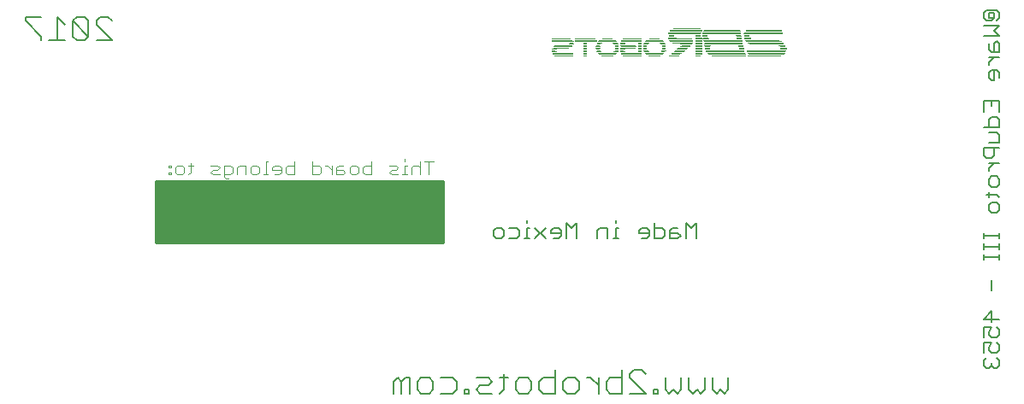
<source format=gbo>
G75*
%MOIN*%
%OFA0B0*%
%FSLAX25Y25*%
%IPPOS*%
%LPD*%
%AMOC8*
5,1,8,0,0,1.08239X$1,22.5*
%
%ADD10C,0.00800*%
%ADD11C,0.00500*%
%ADD12C,0.00400*%
%ADD13R,0.13000X0.00333*%
%ADD14R,0.13330X0.00333*%
%ADD15R,0.02000X0.00333*%
%ADD16R,0.03670X0.00333*%
%ADD17R,0.04670X0.00333*%
%ADD18R,0.07330X0.00333*%
%ADD19R,0.04660X0.00333*%
%ADD20R,0.01330X0.00333*%
%ADD21R,0.07340X0.00333*%
%ADD22R,0.14000X0.00334*%
%ADD23R,0.13670X0.00334*%
%ADD24R,0.02340X0.00334*%
%ADD25R,0.03670X0.00334*%
%ADD26R,0.06000X0.00334*%
%ADD27R,0.07660X0.00334*%
%ADD28R,0.01330X0.00334*%
%ADD29R,0.07670X0.00334*%
%ADD30R,0.14330X0.00333*%
%ADD31R,0.14340X0.00333*%
%ADD32R,0.02340X0.00333*%
%ADD33R,0.03660X0.00333*%
%ADD34R,0.06670X0.00333*%
%ADD35R,0.08000X0.00333*%
%ADD36R,0.06660X0.00333*%
%ADD37R,0.14660X0.00333*%
%ADD38R,0.14670X0.00333*%
%ADD39R,0.15000X0.00334*%
%ADD40R,0.04000X0.00334*%
%ADD41R,0.02330X0.00334*%
%ADD42R,0.01660X0.00334*%
%ADD43R,0.01670X0.00334*%
%ADD44R,0.02000X0.00334*%
%ADD45R,0.15000X0.00333*%
%ADD46R,0.01660X0.00333*%
%ADD47R,0.01670X0.00333*%
%ADD48R,0.15340X0.00333*%
%ADD49R,0.01340X0.00333*%
%ADD50R,0.02670X0.00334*%
%ADD51R,0.03660X0.00334*%
%ADD52R,0.02330X0.00333*%
%ADD53R,0.04000X0.00333*%
%ADD54R,0.06000X0.00333*%
%ADD55R,0.06330X0.00333*%
%ADD56R,0.01340X0.00334*%
%ADD57R,0.05670X0.00334*%
%ADD58R,0.07330X0.00334*%
%ADD59R,0.05670X0.00333*%
%ADD60R,0.02660X0.00333*%
%ADD61R,0.07000X0.00333*%
%ADD62R,0.13000X0.00334*%
%ADD63R,0.15330X0.00334*%
%ADD64R,0.06340X0.00334*%
%ADD65R,0.13340X0.00333*%
%ADD66R,0.14000X0.00333*%
%ADD67R,0.07670X0.00333*%
%ADD68R,0.14670X0.00334*%
%ADD69R,0.08660X0.00334*%
%ADD70R,0.02660X0.00334*%
%ADD71R,0.13670X0.00333*%
%ADD72R,0.09000X0.00333*%
%ADD73R,0.08330X0.00333*%
%ADD74R,0.08340X0.00333*%
%ADD75R,0.09330X0.00333*%
%ADD76R,0.12330X0.00334*%
%ADD77R,0.09330X0.00334*%
%ADD78R,0.08340X0.00334*%
%ADD79R,0.02670X0.00333*%
%ADD80R,0.04330X0.00333*%
%ADD81R,0.03330X0.00333*%
%ADD82R,0.15330X0.00333*%
%ADD83R,0.12660X0.00333*%
%ADD84R,0.12670X0.00334*%
%ADD85R,0.12340X0.00333*%
%ADD86R,0.11330X0.00334*%
%ADD87R,0.10660X0.00333*%
%ADD88C,0.01600*%
D10*
X0165129Y0013328D02*
X0165129Y0017932D01*
X0166664Y0019466D01*
X0168199Y0017932D01*
X0168199Y0013328D01*
X0171268Y0013328D02*
X0171268Y0019466D01*
X0169733Y0019466D01*
X0168199Y0017932D01*
X0174337Y0017932D02*
X0174337Y0014862D01*
X0175872Y0013328D01*
X0178941Y0013328D01*
X0180476Y0014862D01*
X0180476Y0017932D01*
X0178941Y0019466D01*
X0175872Y0019466D01*
X0174337Y0017932D01*
X0183545Y0019466D02*
X0188149Y0019466D01*
X0189684Y0017932D01*
X0189684Y0014862D01*
X0188149Y0013328D01*
X0183545Y0013328D01*
X0192753Y0013328D02*
X0194288Y0013328D01*
X0194288Y0014862D01*
X0192753Y0014862D01*
X0192753Y0013328D01*
X0197357Y0014862D02*
X0198892Y0016397D01*
X0201961Y0016397D01*
X0203496Y0017932D01*
X0201961Y0019466D01*
X0197357Y0019466D01*
X0197357Y0014862D02*
X0198892Y0013328D01*
X0203496Y0013328D01*
X0206565Y0013328D02*
X0208099Y0014862D01*
X0208099Y0021001D01*
X0209634Y0019466D02*
X0206565Y0019466D01*
X0212703Y0017932D02*
X0212703Y0014862D01*
X0214238Y0013328D01*
X0217307Y0013328D01*
X0218842Y0014862D01*
X0218842Y0017932D01*
X0217307Y0019466D01*
X0214238Y0019466D01*
X0212703Y0017932D01*
X0221911Y0017932D02*
X0221911Y0014862D01*
X0223446Y0013328D01*
X0228050Y0013328D01*
X0228050Y0022536D01*
X0228050Y0019466D02*
X0223446Y0019466D01*
X0221911Y0017932D01*
X0231119Y0017932D02*
X0231119Y0014862D01*
X0232654Y0013328D01*
X0235723Y0013328D01*
X0237258Y0014862D01*
X0237258Y0017932D01*
X0235723Y0019466D01*
X0232654Y0019466D01*
X0231119Y0017932D01*
X0240327Y0019466D02*
X0241862Y0019466D01*
X0244931Y0016397D01*
X0244931Y0013328D02*
X0244931Y0019466D01*
X0248000Y0017932D02*
X0249535Y0019466D01*
X0254139Y0019466D01*
X0257208Y0019466D02*
X0257208Y0021001D01*
X0258743Y0022536D01*
X0261812Y0022536D01*
X0263347Y0021001D01*
X0257208Y0019466D02*
X0263347Y0013328D01*
X0257208Y0013328D01*
X0254139Y0013328D02*
X0249535Y0013328D01*
X0248000Y0014862D01*
X0248000Y0017932D01*
X0254139Y0022536D02*
X0254139Y0013328D01*
X0266416Y0013328D02*
X0267951Y0013328D01*
X0267951Y0014862D01*
X0266416Y0014862D01*
X0266416Y0013328D01*
X0271020Y0014862D02*
X0271020Y0019466D01*
X0277158Y0019466D02*
X0277158Y0014862D01*
X0275624Y0013328D01*
X0274089Y0014862D01*
X0272555Y0013328D01*
X0271020Y0014862D01*
X0280228Y0014862D02*
X0280228Y0019466D01*
X0280228Y0014862D02*
X0281762Y0013328D01*
X0283297Y0014862D01*
X0284832Y0013328D01*
X0286366Y0014862D01*
X0286366Y0019466D01*
X0289436Y0019466D02*
X0289436Y0014862D01*
X0290970Y0013328D01*
X0292505Y0014862D01*
X0294040Y0013328D01*
X0295574Y0014862D01*
X0295574Y0019466D01*
X0055417Y0151123D02*
X0049278Y0151123D01*
X0046209Y0152658D02*
X0040070Y0158796D01*
X0040070Y0152658D01*
X0041605Y0151123D01*
X0044674Y0151123D01*
X0046209Y0152658D01*
X0046209Y0158796D01*
X0044674Y0160331D01*
X0041605Y0160331D01*
X0040070Y0158796D01*
X0037001Y0157262D02*
X0033932Y0160331D01*
X0033932Y0151123D01*
X0037001Y0151123D02*
X0030862Y0151123D01*
X0027793Y0151123D02*
X0027793Y0152658D01*
X0021655Y0158796D01*
X0021655Y0160331D01*
X0027793Y0160331D01*
X0049278Y0158796D02*
X0049278Y0157262D01*
X0055417Y0151123D01*
X0055417Y0158796D02*
X0053882Y0160331D01*
X0050813Y0160331D01*
X0049278Y0158796D01*
D11*
X0217165Y0080824D02*
X0217165Y0079806D01*
X0217165Y0077771D02*
X0217165Y0073701D01*
X0218182Y0073701D02*
X0216147Y0073701D01*
X0214131Y0074719D02*
X0213113Y0073701D01*
X0210061Y0073701D01*
X0208054Y0074719D02*
X0207036Y0073701D01*
X0205001Y0073701D01*
X0203984Y0074719D01*
X0203984Y0076754D01*
X0205001Y0077771D01*
X0207036Y0077771D01*
X0208054Y0076754D01*
X0208054Y0074719D01*
X0210061Y0077771D02*
X0213113Y0077771D01*
X0214131Y0076754D01*
X0214131Y0074719D01*
X0217165Y0077771D02*
X0218182Y0077771D01*
X0220189Y0077771D02*
X0224259Y0073701D01*
X0226267Y0075736D02*
X0230337Y0075736D01*
X0230337Y0074719D02*
X0230337Y0076754D01*
X0229319Y0077771D01*
X0227284Y0077771D01*
X0226267Y0076754D01*
X0226267Y0075736D01*
X0227284Y0073701D02*
X0229319Y0073701D01*
X0230337Y0074719D01*
X0232344Y0073701D02*
X0232344Y0079806D01*
X0234379Y0077771D01*
X0236414Y0079806D01*
X0236414Y0073701D01*
X0244498Y0073701D02*
X0244498Y0076754D01*
X0245516Y0077771D01*
X0248568Y0077771D01*
X0248568Y0073701D01*
X0250585Y0073701D02*
X0252620Y0073701D01*
X0251602Y0073701D02*
X0251602Y0077771D01*
X0252620Y0077771D01*
X0251602Y0079806D02*
X0251602Y0080824D01*
X0260704Y0076754D02*
X0260704Y0075736D01*
X0264774Y0075736D01*
X0264774Y0074719D02*
X0264774Y0076754D01*
X0263757Y0077771D01*
X0261721Y0077771D01*
X0260704Y0076754D01*
X0263757Y0073701D02*
X0264774Y0074719D01*
X0263757Y0073701D02*
X0261721Y0073701D01*
X0266781Y0073701D02*
X0269834Y0073701D01*
X0270851Y0074719D01*
X0270851Y0076754D01*
X0269834Y0077771D01*
X0266781Y0077771D01*
X0272858Y0076754D02*
X0272858Y0073701D01*
X0275911Y0073701D01*
X0276928Y0074719D01*
X0275911Y0075736D01*
X0272858Y0075736D01*
X0272858Y0076754D02*
X0273876Y0077771D01*
X0275911Y0077771D01*
X0278936Y0079806D02*
X0280971Y0077771D01*
X0283006Y0079806D01*
X0283006Y0073701D01*
X0278936Y0073701D02*
X0278936Y0079806D01*
X0266781Y0079806D02*
X0266781Y0073701D01*
X0224259Y0077771D02*
X0220189Y0073701D01*
X0394965Y0073704D02*
X0394965Y0075739D01*
X0394965Y0074721D02*
X0401071Y0074721D01*
X0401071Y0073704D02*
X0401071Y0075739D01*
X0401071Y0071687D02*
X0401071Y0069652D01*
X0401071Y0070670D02*
X0394965Y0070670D01*
X0394965Y0071687D02*
X0394965Y0069652D01*
X0394965Y0067636D02*
X0394965Y0065601D01*
X0394965Y0066618D02*
X0401071Y0066618D01*
X0401071Y0065601D02*
X0401071Y0067636D01*
X0398018Y0057507D02*
X0398018Y0053437D01*
X0398018Y0045353D02*
X0398018Y0041283D01*
X0398018Y0039275D02*
X0394965Y0039275D01*
X0394965Y0035205D01*
X0394965Y0033198D02*
X0398018Y0033198D01*
X0397000Y0031163D01*
X0397000Y0030146D01*
X0398018Y0029128D01*
X0400053Y0029128D01*
X0401071Y0030146D01*
X0401071Y0032181D01*
X0400053Y0033198D01*
X0400053Y0035205D02*
X0398018Y0035205D01*
X0397000Y0036223D01*
X0397000Y0037240D01*
X0398018Y0039275D01*
X0400053Y0039275D02*
X0401071Y0038258D01*
X0401071Y0036223D01*
X0400053Y0035205D01*
X0394965Y0033198D02*
X0394965Y0029128D01*
X0395983Y0027121D02*
X0394965Y0026104D01*
X0394965Y0024069D01*
X0395983Y0023051D01*
X0397000Y0023051D01*
X0398018Y0024069D01*
X0399036Y0023051D01*
X0400053Y0023051D01*
X0401071Y0024069D01*
X0401071Y0026104D01*
X0400053Y0027121D01*
X0398018Y0025086D02*
X0398018Y0024069D01*
X0394965Y0042300D02*
X0398018Y0045353D01*
X0401071Y0042300D02*
X0394965Y0042300D01*
X0398018Y0083823D02*
X0397000Y0084840D01*
X0397000Y0086875D01*
X0398018Y0087893D01*
X0400053Y0087893D01*
X0401071Y0086875D01*
X0401071Y0084840D01*
X0400053Y0083823D01*
X0398018Y0083823D01*
X0397000Y0089909D02*
X0397000Y0091944D01*
X0395983Y0090927D02*
X0400053Y0090927D01*
X0401071Y0089909D01*
X0400053Y0093951D02*
X0398018Y0093951D01*
X0397000Y0094969D01*
X0397000Y0097004D01*
X0398018Y0098022D01*
X0400053Y0098022D01*
X0401071Y0097004D01*
X0401071Y0094969D01*
X0400053Y0093951D01*
X0397000Y0100033D02*
X0397000Y0101051D01*
X0399036Y0103086D01*
X0401071Y0103086D02*
X0397000Y0103086D01*
X0395983Y0105093D02*
X0398018Y0105093D01*
X0399036Y0106111D01*
X0399036Y0109163D01*
X0401071Y0109163D02*
X0394965Y0109163D01*
X0394965Y0106111D01*
X0395983Y0105093D01*
X0397000Y0111170D02*
X0401071Y0111170D01*
X0401071Y0114223D01*
X0400053Y0115240D01*
X0397000Y0115240D01*
X0397000Y0117247D02*
X0397000Y0120300D01*
X0398018Y0121318D01*
X0400053Y0121318D01*
X0401071Y0120300D01*
X0401071Y0117247D01*
X0394965Y0117247D01*
X0394965Y0123325D02*
X0394965Y0127395D01*
X0401071Y0127395D01*
X0401071Y0123325D01*
X0398018Y0125360D02*
X0398018Y0127395D01*
X0398018Y0135479D02*
X0399036Y0135479D01*
X0399036Y0139549D01*
X0400053Y0139549D02*
X0398018Y0139549D01*
X0397000Y0138532D01*
X0397000Y0136496D01*
X0398018Y0135479D01*
X0401071Y0136496D02*
X0401071Y0138532D01*
X0400053Y0139549D01*
X0397000Y0141561D02*
X0397000Y0142578D01*
X0399036Y0144613D01*
X0399036Y0146620D02*
X0399036Y0149673D01*
X0400053Y0150691D01*
X0401071Y0149673D01*
X0401071Y0146620D01*
X0398018Y0146620D01*
X0397000Y0147638D01*
X0397000Y0149673D01*
X0394965Y0152698D02*
X0401071Y0152698D01*
X0399036Y0154733D01*
X0401071Y0156768D01*
X0394965Y0156768D01*
X0395983Y0158775D02*
X0398018Y0158775D01*
X0399036Y0159792D01*
X0397000Y0159792D01*
X0397000Y0161827D01*
X0399036Y0161827D01*
X0399036Y0159792D01*
X0400053Y0158775D02*
X0401071Y0159792D01*
X0401071Y0161827D01*
X0400053Y0162845D01*
X0395983Y0162845D01*
X0394965Y0161827D01*
X0394965Y0159792D01*
X0395983Y0158775D01*
X0397000Y0144613D02*
X0401071Y0144613D01*
D12*
X0180617Y0103962D02*
X0177147Y0103962D01*
X0175460Y0103962D02*
X0175460Y0098758D01*
X0175460Y0101360D02*
X0174593Y0102227D01*
X0172858Y0102227D01*
X0171991Y0101360D01*
X0171991Y0098758D01*
X0170304Y0098758D02*
X0168569Y0098758D01*
X0169436Y0098758D02*
X0169436Y0102227D01*
X0170304Y0102227D01*
X0169436Y0103962D02*
X0169436Y0104829D01*
X0165999Y0102227D02*
X0163397Y0102227D01*
X0164264Y0100492D02*
X0165999Y0100492D01*
X0166866Y0101360D01*
X0165999Y0102227D01*
X0164264Y0100492D02*
X0163397Y0099625D01*
X0164264Y0098758D01*
X0166866Y0098758D01*
X0156553Y0098758D02*
X0153951Y0098758D01*
X0153084Y0099625D01*
X0153084Y0101360D01*
X0153951Y0102227D01*
X0156553Y0102227D01*
X0156553Y0103962D02*
X0156553Y0098758D01*
X0151397Y0099625D02*
X0151397Y0101360D01*
X0150530Y0102227D01*
X0148795Y0102227D01*
X0147927Y0101360D01*
X0147927Y0099625D01*
X0148795Y0098758D01*
X0150530Y0098758D01*
X0151397Y0099625D01*
X0146241Y0099625D02*
X0145373Y0100492D01*
X0142771Y0100492D01*
X0142771Y0101360D02*
X0142771Y0098758D01*
X0145373Y0098758D01*
X0146241Y0099625D01*
X0143638Y0102227D02*
X0142771Y0101360D01*
X0143638Y0102227D02*
X0145373Y0102227D01*
X0141084Y0102227D02*
X0141084Y0098758D01*
X0141084Y0100492D02*
X0139349Y0102227D01*
X0138482Y0102227D01*
X0136787Y0101360D02*
X0135920Y0102227D01*
X0133318Y0102227D01*
X0133318Y0103962D02*
X0133318Y0098758D01*
X0135920Y0098758D01*
X0136787Y0099625D01*
X0136787Y0101360D01*
X0126475Y0102227D02*
X0123872Y0102227D01*
X0123005Y0101360D01*
X0123005Y0099625D01*
X0123872Y0098758D01*
X0126475Y0098758D01*
X0126475Y0103962D01*
X0121318Y0101360D02*
X0120451Y0102227D01*
X0118716Y0102227D01*
X0117848Y0101360D01*
X0117848Y0100492D01*
X0121318Y0100492D01*
X0121318Y0099625D02*
X0121318Y0101360D01*
X0121318Y0099625D02*
X0120451Y0098758D01*
X0118716Y0098758D01*
X0116162Y0098758D02*
X0114427Y0098758D01*
X0115294Y0098758D02*
X0115294Y0103962D01*
X0116162Y0103962D01*
X0112724Y0101360D02*
X0111857Y0102227D01*
X0110122Y0102227D01*
X0109254Y0101360D01*
X0109254Y0099625D01*
X0110122Y0098758D01*
X0111857Y0098758D01*
X0112724Y0099625D01*
X0112724Y0101360D01*
X0107568Y0102227D02*
X0107568Y0098758D01*
X0104098Y0098758D02*
X0104098Y0101360D01*
X0104966Y0102227D01*
X0107568Y0102227D01*
X0102411Y0101360D02*
X0102411Y0099625D01*
X0101544Y0098758D01*
X0098942Y0098758D01*
X0098942Y0097890D02*
X0098942Y0102227D01*
X0101544Y0102227D01*
X0102411Y0101360D01*
X0100677Y0097023D02*
X0099809Y0097023D01*
X0098942Y0097890D01*
X0097255Y0098758D02*
X0094653Y0098758D01*
X0093785Y0099625D01*
X0094653Y0100492D01*
X0096388Y0100492D01*
X0097255Y0101360D01*
X0096388Y0102227D01*
X0093785Y0102227D01*
X0086942Y0102227D02*
X0085207Y0102227D01*
X0086075Y0103095D02*
X0086075Y0099625D01*
X0085207Y0098758D01*
X0083505Y0099625D02*
X0082637Y0098758D01*
X0080902Y0098758D01*
X0080035Y0099625D01*
X0080035Y0101360D01*
X0080902Y0102227D01*
X0082637Y0102227D01*
X0083505Y0101360D01*
X0083505Y0099625D01*
X0078348Y0099625D02*
X0078348Y0098758D01*
X0077481Y0098758D01*
X0077481Y0099625D01*
X0078348Y0099625D01*
X0078348Y0101360D02*
X0077481Y0101360D01*
X0077481Y0102227D01*
X0078348Y0102227D01*
X0078348Y0101360D01*
X0178882Y0098758D02*
X0178882Y0103962D01*
D13*
X0278617Y0153801D03*
X0309617Y0144801D03*
D14*
X0308782Y0150801D03*
X0295782Y0144801D03*
D15*
X0300447Y0148468D03*
X0299777Y0151468D03*
X0299447Y0152801D03*
X0287447Y0147468D03*
X0283777Y0144801D03*
X0270117Y0149468D03*
X0269777Y0149801D03*
X0263777Y0149801D03*
X0263447Y0149468D03*
X0251777Y0149468D03*
X0251447Y0149801D03*
X0245447Y0149801D03*
X0245117Y0146468D03*
X0283777Y0152468D03*
X0283777Y0152801D03*
D16*
X0278612Y0148468D03*
X0277282Y0147468D03*
X0276612Y0146801D03*
X0276282Y0146468D03*
X0275282Y0145801D03*
X0274282Y0144801D03*
D17*
X0279112Y0149468D03*
X0266782Y0144801D03*
D18*
X0266782Y0145801D03*
X0258112Y0144801D03*
X0258112Y0151468D03*
X0266782Y0150468D03*
X0231112Y0148468D03*
D19*
X0248447Y0144801D03*
D20*
X0252112Y0147468D03*
X0252112Y0147801D03*
X0252112Y0148468D03*
X0252112Y0148801D03*
X0254112Y0146801D03*
X0261112Y0146801D03*
X0261112Y0146468D03*
X0261112Y0147468D03*
X0261112Y0147801D03*
X0261112Y0148468D03*
X0261112Y0148801D03*
X0261112Y0149468D03*
X0261112Y0149801D03*
X0263112Y0148801D03*
X0263112Y0148468D03*
X0263112Y0147801D03*
X0263112Y0147468D03*
X0244782Y0147468D03*
X0244782Y0148801D03*
X0239782Y0148801D03*
X0239782Y0148468D03*
X0239782Y0147801D03*
X0239782Y0147468D03*
X0239782Y0146801D03*
X0239782Y0146468D03*
X0239782Y0145801D03*
X0239782Y0145468D03*
X0239782Y0144801D03*
X0239782Y0149468D03*
X0239782Y0149801D03*
D21*
X0248447Y0150468D03*
X0248447Y0145801D03*
X0231447Y0144801D03*
X0230447Y0151468D03*
D22*
X0309777Y0150134D03*
X0310117Y0145134D03*
D23*
X0295282Y0145134D03*
X0293282Y0155134D03*
X0309612Y0155134D03*
D24*
X0283947Y0151134D03*
X0283947Y0150134D03*
X0283947Y0149134D03*
X0283947Y0148134D03*
X0283947Y0147134D03*
X0283947Y0146134D03*
X0283947Y0145134D03*
X0263947Y0146134D03*
X0250947Y0150134D03*
D25*
X0274612Y0145134D03*
X0278282Y0148134D03*
D26*
X0266777Y0145134D03*
X0256447Y0149134D03*
X0248447Y0145134D03*
D27*
X0257947Y0145134D03*
X0257947Y0151134D03*
D28*
X0261112Y0149134D03*
X0261112Y0148134D03*
X0261112Y0147134D03*
X0263112Y0148134D03*
X0254112Y0147134D03*
X0252112Y0148134D03*
X0244782Y0147134D03*
X0239782Y0147134D03*
X0239782Y0146134D03*
X0239782Y0145134D03*
X0239782Y0148134D03*
X0239782Y0149134D03*
D29*
X0230612Y0151134D03*
X0231282Y0145134D03*
D30*
X0309282Y0154468D03*
X0310282Y0145468D03*
D31*
X0294947Y0145468D03*
X0292947Y0154468D03*
D32*
X0283947Y0151801D03*
X0283947Y0151468D03*
X0283947Y0150801D03*
X0283947Y0150468D03*
X0283947Y0149801D03*
X0283947Y0149468D03*
X0283947Y0148801D03*
X0283947Y0148468D03*
X0283947Y0147801D03*
X0283947Y0147468D03*
X0283947Y0146801D03*
X0283947Y0146468D03*
X0283947Y0145801D03*
X0283947Y0145468D03*
X0302947Y0151801D03*
X0316947Y0147801D03*
X0316947Y0147468D03*
D33*
X0278947Y0148801D03*
X0274947Y0145468D03*
D34*
X0266782Y0145468D03*
X0266782Y0150801D03*
D35*
X0257777Y0150801D03*
X0257777Y0145801D03*
X0257777Y0145468D03*
X0239777Y0151468D03*
X0230777Y0150801D03*
X0231117Y0145801D03*
X0231117Y0145468D03*
D36*
X0248447Y0145468D03*
X0248447Y0150801D03*
D37*
X0310447Y0145801D03*
D38*
X0294782Y0145801D03*
X0293782Y0149801D03*
D39*
X0293277Y0151134D03*
X0292947Y0154134D03*
X0309277Y0154134D03*
X0310277Y0146134D03*
X0294617Y0146134D03*
D40*
X0279117Y0149134D03*
X0275777Y0146134D03*
D41*
X0269612Y0146134D03*
X0283612Y0153134D03*
X0287282Y0148134D03*
X0287612Y0147134D03*
X0299612Y0152134D03*
X0251282Y0146134D03*
X0245612Y0146134D03*
X0245612Y0150134D03*
D42*
X0244947Y0149134D03*
X0251947Y0149134D03*
X0251947Y0147134D03*
X0260947Y0146134D03*
X0260947Y0150134D03*
D43*
X0263282Y0149134D03*
X0263282Y0147134D03*
X0270282Y0147134D03*
X0270282Y0149134D03*
X0254282Y0150134D03*
X0254282Y0146134D03*
X0244612Y0148134D03*
X0234282Y0150134D03*
X0227612Y0147134D03*
D44*
X0227777Y0146134D03*
X0239777Y0150134D03*
X0283777Y0152134D03*
X0286447Y0152134D03*
X0299447Y0153134D03*
X0302777Y0152134D03*
X0300447Y0148134D03*
X0300777Y0147134D03*
X0316777Y0148134D03*
D45*
X0310277Y0146468D03*
X0309277Y0153801D03*
X0293617Y0150468D03*
X0293617Y0149468D03*
X0294277Y0146801D03*
X0294277Y0146468D03*
X0292947Y0153468D03*
X0292947Y0153801D03*
D46*
X0269947Y0146468D03*
X0251947Y0146801D03*
X0244947Y0146801D03*
X0244947Y0149468D03*
D47*
X0244612Y0148468D03*
X0244612Y0147801D03*
X0251612Y0146468D03*
X0254282Y0146468D03*
X0254282Y0147468D03*
X0254282Y0149468D03*
X0254282Y0149801D03*
X0263282Y0146801D03*
X0263612Y0146468D03*
X0270282Y0146801D03*
X0234282Y0149468D03*
X0227612Y0147468D03*
X0227612Y0146468D03*
D48*
X0293447Y0150801D03*
X0310447Y0146801D03*
D49*
X0270447Y0147468D03*
X0270447Y0147801D03*
X0270447Y0148468D03*
X0270447Y0148801D03*
X0234447Y0149801D03*
X0227447Y0146801D03*
D50*
X0264112Y0150134D03*
X0302782Y0153134D03*
X0316782Y0147134D03*
D51*
X0276947Y0147134D03*
D52*
X0273282Y0152468D03*
X0273282Y0152801D03*
X0286282Y0152801D03*
X0286282Y0152468D03*
X0286612Y0151801D03*
X0287282Y0148468D03*
X0287282Y0147801D03*
X0299612Y0151801D03*
X0299612Y0152468D03*
X0302612Y0152468D03*
X0302612Y0152801D03*
X0300282Y0148801D03*
X0300612Y0147801D03*
X0300612Y0147468D03*
X0316612Y0148468D03*
D53*
X0277777Y0147801D03*
X0266777Y0151468D03*
D54*
X0256447Y0148801D03*
X0256447Y0147801D03*
D55*
X0230282Y0147801D03*
D56*
X0270447Y0148134D03*
D57*
X0266612Y0151134D03*
X0256612Y0148134D03*
X0248282Y0151134D03*
D58*
X0230782Y0148134D03*
D59*
X0256612Y0148468D03*
D60*
X0287447Y0148801D03*
X0316447Y0148801D03*
D61*
X0231277Y0148801D03*
D62*
X0310947Y0149134D03*
D63*
X0293782Y0149134D03*
D64*
X0231947Y0149134D03*
D65*
X0310447Y0149468D03*
D66*
X0310117Y0149801D03*
X0309447Y0154801D03*
X0293117Y0154801D03*
D67*
X0277612Y0149801D03*
D68*
X0293782Y0150134D03*
D69*
X0277447Y0150134D03*
D70*
X0273447Y0152134D03*
X0273447Y0153134D03*
X0269447Y0150134D03*
X0286447Y0153134D03*
D71*
X0309282Y0150468D03*
D72*
X0277277Y0150468D03*
D73*
X0257612Y0150468D03*
D74*
X0239947Y0150468D03*
X0239947Y0150801D03*
X0230947Y0150468D03*
D75*
X0276782Y0151468D03*
X0277112Y0150801D03*
D76*
X0308282Y0151134D03*
D77*
X0277112Y0151134D03*
D78*
X0239947Y0151134D03*
D79*
X0286782Y0151468D03*
X0303112Y0151468D03*
D80*
X0248282Y0151468D03*
D81*
X0273782Y0151801D03*
D82*
X0309112Y0153468D03*
D83*
X0278447Y0153468D03*
D84*
X0278782Y0154134D03*
D85*
X0278947Y0154468D03*
X0278947Y0154801D03*
D86*
X0279112Y0155134D03*
D87*
X0279447Y0155468D03*
D88*
X0183920Y0072366D02*
X0072683Y0072366D01*
X0072683Y0095988D01*
X0183920Y0095988D01*
X0183920Y0072366D01*
X0183920Y0073433D02*
X0072683Y0073433D01*
X0072683Y0075032D02*
X0183920Y0075032D01*
X0183920Y0076630D02*
X0072683Y0076630D01*
X0072683Y0078229D02*
X0183920Y0078229D01*
X0183920Y0079827D02*
X0072683Y0079827D01*
X0072683Y0081426D02*
X0183920Y0081426D01*
X0183920Y0083024D02*
X0072683Y0083024D01*
X0072683Y0084623D02*
X0183920Y0084623D01*
X0183920Y0086221D02*
X0072683Y0086221D01*
X0072683Y0087820D02*
X0183920Y0087820D01*
X0183920Y0089418D02*
X0072683Y0089418D01*
X0072683Y0091017D02*
X0183920Y0091017D01*
X0183920Y0092615D02*
X0072683Y0092615D01*
X0072683Y0094214D02*
X0183920Y0094214D01*
X0183920Y0095812D02*
X0072683Y0095812D01*
M02*

</source>
